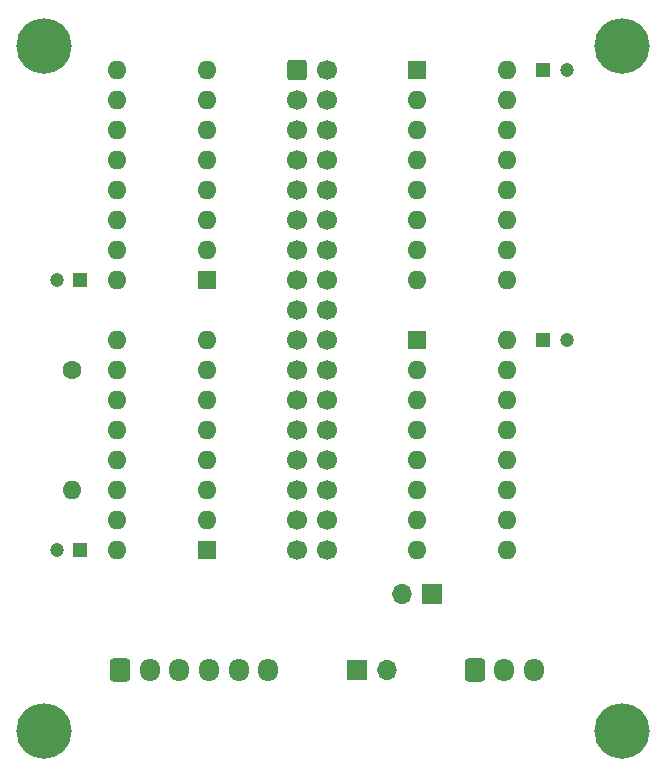
<source format=gbr>
%TF.GenerationSoftware,KiCad,Pcbnew,(7.0.0)*%
%TF.CreationDate,2023-03-24T15:25:03-07:00*%
%TF.ProjectId,tiaan_fsr_exp,74696161-6e5f-4667-9372-5f6578702e6b,rev?*%
%TF.SameCoordinates,Original*%
%TF.FileFunction,Soldermask,Top*%
%TF.FilePolarity,Negative*%
%FSLAX46Y46*%
G04 Gerber Fmt 4.6, Leading zero omitted, Abs format (unit mm)*
G04 Created by KiCad (PCBNEW (7.0.0)) date 2023-03-24 15:25:03*
%MOMM*%
%LPD*%
G01*
G04 APERTURE LIST*
G04 Aperture macros list*
%AMRoundRect*
0 Rectangle with rounded corners*
0 $1 Rounding radius*
0 $2 $3 $4 $5 $6 $7 $8 $9 X,Y pos of 4 corners*
0 Add a 4 corners polygon primitive as box body*
4,1,4,$2,$3,$4,$5,$6,$7,$8,$9,$2,$3,0*
0 Add four circle primitives for the rounded corners*
1,1,$1+$1,$2,$3*
1,1,$1+$1,$4,$5*
1,1,$1+$1,$6,$7*
1,1,$1+$1,$8,$9*
0 Add four rect primitives between the rounded corners*
20,1,$1+$1,$2,$3,$4,$5,0*
20,1,$1+$1,$4,$5,$6,$7,0*
20,1,$1+$1,$6,$7,$8,$9,0*
20,1,$1+$1,$8,$9,$2,$3,0*%
G04 Aperture macros list end*
%ADD10R,1.200000X1.200000*%
%ADD11C,1.200000*%
%ADD12R,1.700000X1.700000*%
%ADD13O,1.700000X1.700000*%
%ADD14C,1.600000*%
%ADD15O,1.600000X1.600000*%
%ADD16RoundRect,0.250000X-0.600000X-0.725000X0.600000X-0.725000X0.600000X0.725000X-0.600000X0.725000X0*%
%ADD17O,1.700000X1.950000*%
%ADD18C,4.700000*%
%ADD19RoundRect,0.250000X-0.600000X-0.600000X0.600000X-0.600000X0.600000X0.600000X-0.600000X0.600000X0*%
%ADD20C,1.700000*%
%ADD21R,1.600000X1.600000*%
G04 APERTURE END LIST*
D10*
%TO.C,C4*%
X136619999Y-76199999D03*
D11*
X134620000Y-76200000D03*
%TD*%
D10*
%TO.C,C2*%
X175799999Y-58419999D03*
D11*
X177800000Y-58420000D03*
%TD*%
D12*
%TO.C,J3*%
X160019999Y-86359999D03*
D13*
X162559999Y-86359999D03*
%TD*%
D14*
%TO.C,R1*%
X135890000Y-60960000D03*
D15*
X135889999Y-71119999D03*
%TD*%
D16*
%TO.C,J2*%
X170000000Y-86360000D03*
D17*
X172499999Y-86359999D03*
X174999999Y-86359999D03*
%TD*%
D18*
%TO.C,H1*%
X182500000Y-33500000D03*
%TD*%
%TO.C,H3*%
X133500000Y-91500000D03*
%TD*%
%TO.C,H4*%
X133500000Y-33500000D03*
%TD*%
D19*
%TO.C,J4*%
X154940000Y-35560000D03*
D20*
X157480000Y-35560000D03*
X154940000Y-38100000D03*
X157480000Y-38100000D03*
X154940000Y-40640000D03*
X157480000Y-40640000D03*
X154940000Y-43180000D03*
X157480000Y-43180000D03*
X154940000Y-45720000D03*
X157480000Y-45720000D03*
X154940000Y-48260000D03*
X157480000Y-48260000D03*
X154940000Y-50800000D03*
X157480000Y-50800000D03*
X154940000Y-53340000D03*
X157480000Y-53340000D03*
X154940000Y-55880000D03*
X157480000Y-55880000D03*
X154940000Y-58420000D03*
X157480000Y-58420000D03*
X154940000Y-60960000D03*
X157480000Y-60960000D03*
X154940000Y-63500000D03*
X157480000Y-63500000D03*
X154940000Y-66040000D03*
X157480000Y-66040000D03*
X154940000Y-68580000D03*
X157480000Y-68580000D03*
X154940000Y-71120000D03*
X157480000Y-71120000D03*
X154940000Y-73660000D03*
X157480000Y-73660000D03*
X154940000Y-76200000D03*
X157480000Y-76200000D03*
%TD*%
D21*
%TO.C,MUX1*%
X147319999Y-53339999D03*
D15*
X147319999Y-50799999D03*
X147319999Y-48259999D03*
X147319999Y-45719999D03*
X147319999Y-43179999D03*
X147319999Y-40639999D03*
X147319999Y-38099999D03*
X147319999Y-35559999D03*
X139699999Y-35559999D03*
X139699999Y-38099999D03*
X139699999Y-40639999D03*
X139699999Y-43179999D03*
X139699999Y-45719999D03*
X139699999Y-48259999D03*
X139699999Y-50799999D03*
X139699999Y-53339999D03*
%TD*%
D10*
%TO.C,C3*%
X136619999Y-53339999D03*
D11*
X134620000Y-53340000D03*
%TD*%
D21*
%TO.C,SR2*%
X165099999Y-58419999D03*
D15*
X165099999Y-60959999D03*
X165099999Y-63499999D03*
X165099999Y-66039999D03*
X165099999Y-68579999D03*
X165099999Y-71119999D03*
X165099999Y-73659999D03*
X165099999Y-76199999D03*
X172719999Y-76199999D03*
X172719999Y-73659999D03*
X172719999Y-71119999D03*
X172719999Y-68579999D03*
X172719999Y-66039999D03*
X172719999Y-63499999D03*
X172719999Y-60959999D03*
X172719999Y-58419999D03*
%TD*%
D21*
%TO.C,SR1*%
X165099999Y-35559999D03*
D15*
X165099999Y-38099999D03*
X165099999Y-40639999D03*
X165099999Y-43179999D03*
X165099999Y-45719999D03*
X165099999Y-48259999D03*
X165099999Y-50799999D03*
X165099999Y-53339999D03*
X172719999Y-53339999D03*
X172719999Y-50799999D03*
X172719999Y-48259999D03*
X172719999Y-45719999D03*
X172719999Y-43179999D03*
X172719999Y-40639999D03*
X172719999Y-38099999D03*
X172719999Y-35559999D03*
%TD*%
D21*
%TO.C,MUX2*%
X147319999Y-76199999D03*
D15*
X147319999Y-73659999D03*
X147319999Y-71119999D03*
X147319999Y-68579999D03*
X147319999Y-66039999D03*
X147319999Y-63499999D03*
X147319999Y-60959999D03*
X147319999Y-58419999D03*
X139699999Y-58419999D03*
X139699999Y-60959999D03*
X139699999Y-63499999D03*
X139699999Y-66039999D03*
X139699999Y-68579999D03*
X139699999Y-71119999D03*
X139699999Y-73659999D03*
X139699999Y-76199999D03*
%TD*%
D10*
%TO.C,C1*%
X175799999Y-35559999D03*
D11*
X177800000Y-35560000D03*
%TD*%
D12*
%TO.C,J5*%
X166369999Y-79889999D03*
D13*
X163829999Y-79889999D03*
%TD*%
D16*
%TO.C,J1*%
X140000000Y-86360000D03*
D17*
X142499999Y-86359999D03*
X144999999Y-86359999D03*
X147499999Y-86359999D03*
X149999999Y-86359999D03*
X152499999Y-86359999D03*
%TD*%
D18*
%TO.C,H2*%
X182500000Y-91500000D03*
%TD*%
M02*

</source>
